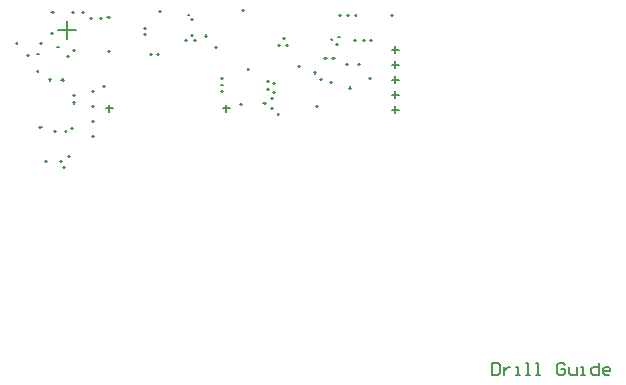
<source format=gbr>
G04 Layer_Color=128*
%FSLAX45Y45*%
%MOMM*%
%TF.FileFunction,Drillmap*%
%TF.Part,Single*%
%TFFileComment,The blind Vias under BGA and Other Pads are Via-In-Pad (VIP)*%
G01*
G75*
%TA.AperFunction,NonConductor*%
%ADD39C,0.15000*%
%ADD155C,0.12700*%
D39*
X3599430Y-2822042D02*
Y-2922009D01*
X3649414D01*
X3666075Y-2905348D01*
Y-2838703D01*
X3649414Y-2822042D01*
X3599430D01*
X3699398Y-2855364D02*
Y-2922009D01*
Y-2888687D01*
X3716060Y-2872025D01*
X3732721Y-2855364D01*
X3749382D01*
X3799366Y-2922009D02*
X3832689D01*
X3816027D01*
Y-2855364D01*
X3799366D01*
X3882672Y-2922009D02*
X3915995D01*
X3899334D01*
Y-2822042D01*
X3882672D01*
X3965979Y-2922009D02*
X3999301D01*
X3982640D01*
Y-2822042D01*
X3965979D01*
X4215898Y-2838703D02*
X4199237Y-2822042D01*
X4165914D01*
X4149253Y-2838703D01*
Y-2905348D01*
X4165914Y-2922009D01*
X4199237D01*
X4215898Y-2905348D01*
Y-2872025D01*
X4182576D01*
X4249221Y-2855364D02*
Y-2905348D01*
X4265882Y-2922009D01*
X4315866D01*
Y-2855364D01*
X4349189Y-2922009D02*
X4382511D01*
X4365850D01*
Y-2855364D01*
X4349189D01*
X4499140Y-2822042D02*
Y-2922009D01*
X4449156D01*
X4432495Y-2905348D01*
Y-2872025D01*
X4449156Y-2855364D01*
X4499140D01*
X4582447Y-2922009D02*
X4549124D01*
X4532463Y-2905348D01*
Y-2872025D01*
X4549124Y-2855364D01*
X4582447D01*
X4599108Y-2872025D01*
Y-2888687D01*
X4532463D01*
D155*
X1314631Y-663610D02*
X1374630D01*
X1344631Y-693609D02*
Y-633610D01*
X326631Y-663610D02*
X386630D01*
X356630Y-693609D02*
Y-633610D01*
X-75000Y0D02*
X75000D01*
X0Y-75000D02*
Y75000D01*
X2745565Y-167145D02*
X2805565D01*
X2775565Y-197145D02*
Y-137145D01*
X2745565Y-294145D02*
X2805565D01*
X2775565Y-324145D02*
Y-264145D01*
X2745565Y-421145D02*
X2805565D01*
X2775565Y-451145D02*
Y-391145D01*
X2745565Y-548145D02*
X2805565D01*
X2775565Y-578145D02*
Y-518145D01*
X2745565Y-675145D02*
X2805565D01*
X2775565Y-705145D02*
Y-645145D01*
X2243200Y-239100D02*
X2263200D01*
X2253200Y-249100D02*
Y-229100D01*
X-1871Y-222019D02*
X13128D01*
X5629Y-229518D02*
Y-214519D01*
X340629Y106386D02*
X360629D01*
X350629Y96386D02*
Y116386D01*
X126600Y151300D02*
X141600D01*
X134100Y143800D02*
Y158800D01*
X301200Y-478600D02*
X316200D01*
X308700Y-486100D02*
Y-471100D01*
X653129Y14946D02*
X668129D01*
X660629Y7446D02*
Y22446D01*
X653129Y-38194D02*
X668129D01*
X660629Y-45694D02*
Y-30694D01*
X2507576Y-85193D02*
X2522576D01*
X2515076Y-92693D02*
Y-77693D01*
X2427929Y-86044D02*
X2442929D01*
X2435429Y-93543D02*
Y-78544D01*
X2564385Y-85053D02*
X2579385D01*
X2571885Y-92553D02*
Y-77553D01*
X2295849Y-56641D02*
X2310849D01*
X2303349Y-64141D02*
Y-49141D01*
X2273953Y-121329D02*
X2288952D01*
X2281452Y-128829D02*
Y-113829D01*
X2300000Y123000D02*
X2320000D01*
X2310000Y113000D02*
Y133000D01*
X1477721Y164631D02*
X1492721D01*
X1485221Y157132D02*
Y172131D01*
X1252700Y-142363D02*
X1267700D01*
X1260200Y-149863D02*
Y-134863D01*
X1018988Y129283D02*
X1033988D01*
X1026488Y121783D02*
Y136783D01*
X1854715Y-131216D02*
X1869715D01*
X1862215Y-138716D02*
Y-123716D01*
X1783987Y-131216D02*
X1798987D01*
X1791487Y-138716D02*
Y-123716D01*
X2370651Y125321D02*
X2385651D01*
X2378151Y117821D02*
Y132821D01*
X2433763Y126756D02*
X2448762D01*
X2441263Y119256D02*
Y134256D01*
X1526229Y-330556D02*
X1541229D01*
X1533729Y-338056D02*
Y-323056D01*
X343129Y-178614D02*
X358129D01*
X350629Y-186114D02*
Y-171114D01*
X703869Y-205304D02*
X718869D01*
X711369Y-212804D02*
Y-197804D01*
X2142677Y-420054D02*
X2157676D01*
X2150177Y-427554D02*
Y-412554D01*
X1661000Y-617600D02*
X1681000D01*
X1671000Y-627600D02*
Y-607600D01*
X1780184Y-709609D02*
X1795183D01*
X1787683Y-717109D02*
Y-702110D01*
X2086692Y-360874D02*
X2106692D01*
X2096692Y-370874D02*
Y-350874D01*
X1726117Y-660702D02*
X1741116D01*
X1733617Y-668202D02*
Y-653202D01*
X2384356Y-489311D02*
X2404356D01*
X2394356Y-499311D02*
Y-479311D01*
X1692810Y-432835D02*
X1707810D01*
X1700310Y-440334D02*
Y-425335D01*
X2229809Y-81885D02*
X2244809D01*
X2237309Y-89384D02*
Y-74385D01*
X1829256Y-71189D02*
X1844255D01*
X1836756Y-78689D02*
Y-63689D01*
X2175250Y-239100D02*
X2195250D01*
X2185250Y-249100D02*
Y-229100D01*
X2460719Y-288784D02*
X2480719D01*
X2470719Y-298784D02*
Y-278784D01*
X1301212Y-518322D02*
X1316211D01*
X1308711Y-525821D02*
Y-510822D01*
X2739019Y126757D02*
X2754018D01*
X2746519Y119258D02*
Y134257D01*
X-226871Y-108614D02*
X-211871D01*
X-219371Y-116114D02*
Y-101114D01*
X-186871Y-1108614D02*
X-171871D01*
X-179371Y-1116114D02*
Y-1101114D01*
X40949Y147676D02*
X55949D01*
X48449Y140176D02*
Y155176D01*
X1301212Y-463210D02*
X1316211D01*
X1308711Y-470710D02*
Y-455710D01*
X-237400Y-822300D02*
X-217400D01*
X-227400Y-832300D02*
Y-812300D01*
X-134381Y149476D02*
X-114381D01*
X-124381Y139476D02*
Y159476D01*
X-49401Y-421304D02*
X-29401D01*
X-39401Y-431304D02*
Y-411304D01*
X-154201Y-420064D02*
X-134201D01*
X-144201Y-430064D02*
Y-410064D01*
X2359599Y-286824D02*
X2379599D01*
X2369599Y-296824D02*
Y-276824D01*
X1461937Y-629986D02*
X1481937D01*
X1471937Y-639986D02*
Y-619986D01*
X2106320Y-644370D02*
X2126320D01*
X2116320Y-654370D02*
Y-634370D01*
X1952135Y-306303D02*
X1967134D01*
X1959635Y-313803D02*
Y-298804D01*
X213129Y-773614D02*
X228129D01*
X220629Y-781114D02*
Y-766114D01*
X-258956Y-347114D02*
X-243956D01*
X-251456Y-354614D02*
Y-339614D01*
X-342200Y-211500D02*
X-322200D01*
X-332200Y-221500D02*
Y-201500D01*
X-256406Y-200584D02*
X-241406D01*
X-248906Y-208084D02*
Y-193084D01*
X-436871Y-108614D02*
X-421871D01*
X-429371Y-116114D02*
Y-101114D01*
X1072734Y-87075D02*
X1087734D01*
X1080234Y-94575D02*
Y-79575D01*
X1161979Y-49214D02*
X1181979D01*
X1171979Y-59214D02*
Y-39214D01*
X196329Y98296D02*
X211329D01*
X203829Y90796D02*
Y105796D01*
X279030Y97400D02*
X294030D01*
X286530Y89900D02*
Y104900D01*
X210333Y-520818D02*
X225333D01*
X217833Y-528318D02*
Y-513318D01*
X-61676Y-1109640D02*
X-46676D01*
X-54176Y-1117140D02*
Y-1102141D01*
X213129Y-898614D02*
X228129D01*
X220629Y-906114D02*
Y-891114D01*
X213129Y-648614D02*
X228129D01*
X220629Y-656114D02*
Y-641114D01*
X48249Y-613964D02*
X68249D01*
X58249Y-623964D02*
Y-603964D01*
X-111050Y-857793D02*
X-96050D01*
X-103550Y-865293D02*
Y-850293D01*
X-22380Y-857630D02*
X-7380D01*
X-14880Y-865130D02*
Y-850130D01*
X-38550Y-1162230D02*
X-18550D01*
X-28550Y-1172230D02*
Y-1152230D01*
X4032Y-1067098D02*
X19031D01*
X11532Y-1074598D02*
Y-1059598D01*
X32384Y-830861D02*
X47383D01*
X39884Y-838361D02*
Y-823362D01*
X50799Y-548704D02*
X65799D01*
X58299Y-556204D02*
Y-541204D01*
X760220Y-205450D02*
X775220D01*
X767720Y-212950D02*
Y-197950D01*
X994611Y-89471D02*
X1009611D01*
X1002111Y-96971D02*
Y-81971D01*
X1045890Y-46364D02*
X1060890D01*
X1053390Y-53864D02*
Y-38864D01*
X-140071Y-26954D02*
X-120071D01*
X-130071Y-36954D02*
Y-16954D01*
X48157Y-173150D02*
X63157D01*
X55657Y-180650D02*
Y-165650D01*
X-87088Y-142149D02*
X-72089D01*
X-79588Y-149649D02*
Y-134649D01*
X777947Y160111D02*
X792947D01*
X785447Y152611D02*
Y167611D01*
X1051656Y87969D02*
X1066655D01*
X1059155Y80469D02*
Y95468D01*
X2226890Y-445800D02*
X2241890D01*
X2234390Y-453300D02*
Y-438300D01*
X2556347Y-406309D02*
X2571347D01*
X2563847Y-413808D02*
Y-398809D01*
X1741973Y-525389D02*
X1756973D01*
X1749473Y-532889D02*
Y-517889D01*
X1692691Y-499880D02*
X1707691D01*
X1700191Y-507379D02*
Y-492380D01*
X1726117Y-578239D02*
X1741116D01*
X1733617Y-585739D02*
Y-570739D01*
X1301212Y-409999D02*
X1316211D01*
X1308711Y-417499D02*
Y-402499D01*
X1744700Y-447500D02*
X1759700D01*
X1752200Y-455000D02*
Y-440000D01*
%TF.MD5,147c271281b5a5dd8a400e528ffa41d9*%
M02*

</source>
